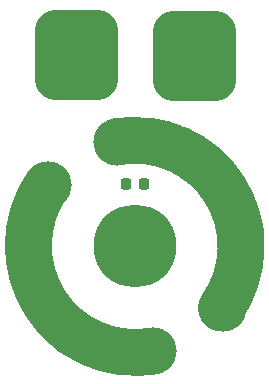
<source format=gbr>
%TF.GenerationSoftware,KiCad,Pcbnew,(6.0.0)*%
%TF.CreationDate,2022-07-31T16:52:29+12:00*%
%TF.ProjectId,MOTOR_TERMINAL_BREAKOUT_25,4d4f544f-525f-4544-9552-4d494e414c5f,0A*%
%TF.SameCoordinates,Original*%
%TF.FileFunction,Soldermask,Top*%
%TF.FilePolarity,Negative*%
%FSLAX46Y46*%
G04 Gerber Fmt 4.6, Leading zero omitted, Abs format (unit mm)*
G04 Created by KiCad (PCBNEW (6.0.0)) date 2022-07-31 16:52:29*
%MOMM*%
%LPD*%
G01*
G04 APERTURE LIST*
G04 Aperture macros list*
%AMRoundRect*
0 Rectangle with rounded corners*
0 $1 Rounding radius*
0 $2 $3 $4 $5 $6 $7 $8 $9 X,Y pos of 4 corners*
0 Add a 4 corners polygon primitive as box body*
4,1,4,$2,$3,$4,$5,$6,$7,$8,$9,$2,$3,0*
0 Add four circle primitives for the rounded corners*
1,1,$1+$1,$2,$3*
1,1,$1+$1,$4,$5*
1,1,$1+$1,$6,$7*
1,1,$1+$1,$8,$9*
0 Add four rect primitives between the rounded corners*
20,1,$1+$1,$2,$3,$4,$5,0*
20,1,$1+$1,$4,$5,$6,$7,0*
20,1,$1+$1,$6,$7,$8,$9,0*
20,1,$1+$1,$8,$9,$2,$3,0*%
G04 Aperture macros list end*
%ADD10C,3.500000*%
%ADD11C,4.000000*%
%ADD12C,4.000000*%
%ADD13C,3.600000*%
%ADD14C,5.700000*%
%ADD15C,7.000000*%
%ADD16RoundRect,0.225000X0.225000X0.250000X-0.225000X0.250000X-0.225000X-0.250000X0.225000X-0.250000X0*%
G04 APERTURE END LIST*
D10*
X213250000Y-131690000D02*
X216770000Y-131690000D01*
X216770000Y-131690000D02*
X216770000Y-135850000D01*
X216770000Y-135850000D02*
X213250000Y-135850000D01*
X213250000Y-135850000D02*
X213250000Y-131690000D01*
D11*
X227330000Y-155230000D02*
G75*
G03*
X218500000Y-141140000I-7331080J5217535D01*
G01*
D10*
X223250000Y-131730000D02*
X226770000Y-131730000D01*
X226770000Y-131730000D02*
X226770000Y-135890000D01*
X226770000Y-135890000D02*
X223250000Y-135890000D01*
X223250000Y-135890000D02*
X223250000Y-131730000D01*
D11*
X212580000Y-144800000D02*
G75*
G03*
X221490000Y-158880000I7469478J-5132401D01*
G01*
D12*
%TO.C,H5*%
X218500000Y-141130000D03*
%TD*%
%TO.C,H7*%
X225210000Y-142660000D03*
%TD*%
%TO.C,H9*%
X228870000Y-148500000D03*
%TD*%
%TO.C,H3*%
X227430000Y-155210000D03*
%TD*%
%TO.C,H8*%
X221500000Y-158870000D03*
%TD*%
%TO.C,H4*%
X211130000Y-151500000D03*
%TD*%
D13*
%TO.C,H1*%
X225000000Y-133500000D03*
D14*
X225000000Y-133500000D03*
%TD*%
D15*
%TO.C,H13*%
X220000000Y-150000000D03*
%TD*%
D13*
%TO.C,H2*%
X215000000Y-133500000D03*
D14*
X215000000Y-133500000D03*
%TD*%
D16*
%TO.C,C1*%
X220775000Y-144700000D03*
X219225000Y-144700000D03*
%TD*%
D12*
%TO.C,H10*%
X212660000Y-144790000D03*
%TD*%
%TO.C,H6*%
X214790000Y-157340000D03*
%TD*%
M02*

</source>
